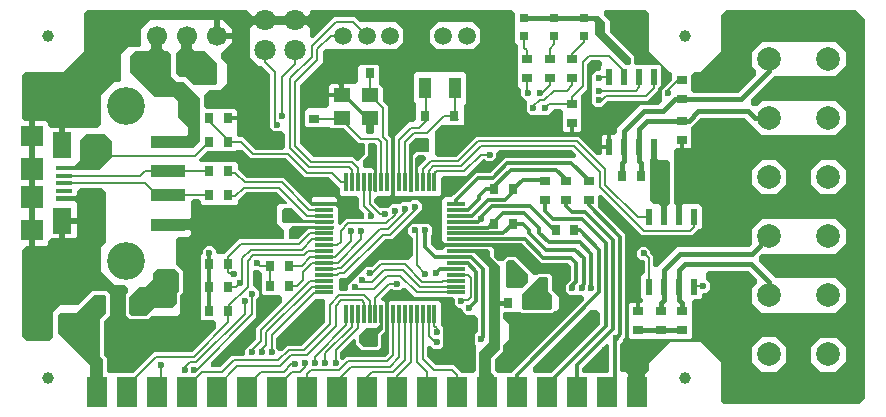
<source format=gtl>
%FSLAX43Y43*%
%MOMM*%
G71*
G01*
G75*
G04 Layer_Physical_Order=1*
G04 Layer_Color=1462238*
%ADD10R,0.800X0.900*%
%ADD11R,2.880X1.120*%
%ADD12R,0.900X1.270*%
%ADD13R,1.000X1.800*%
%ADD14R,1.400X1.200*%
%ADD15R,0.300X1.600*%
%ADD16R,1.600X0.300*%
%ADD17R,0.900X0.800*%
%ADD18R,0.508X0.559*%
%ADD19R,1.270X0.900*%
G04:AMPARAMS|DCode=20|XSize=1.9mm|YSize=3.3mm|CornerRadius=0mm|HoleSize=0mm|Usage=FLASHONLY|Rotation=180.000|XOffset=0mm|YOffset=0mm|HoleType=Round|Shape=Octagon|*
%AMOCTAGOND20*
4,1,8,0.475,-1.650,-0.475,-1.650,-0.950,-1.175,-0.950,1.175,-0.475,1.650,0.475,1.650,0.950,1.175,0.950,-1.175,0.475,-1.650,0.0*
%
%ADD20OCTAGOND20*%

%ADD21R,0.700X1.800*%
%ADD22R,0.700X1.350*%
%ADD23R,0.800X0.800*%
%ADD24R,1.600X2.200*%
%ADD25R,1.350X0.400*%
%ADD26R,1.900X1.900*%
%ADD27R,1.900X1.800*%
%ADD28R,0.600X1.400*%
%ADD29R,1.800X2.500*%
%ADD30C,0.200*%
%ADD31C,0.400*%
%ADD32C,0.300*%
%ADD33R,0.550X11.375*%
%ADD34R,0.550X2.225*%
%ADD35R,0.550X2.300*%
%ADD36R,1.975X0.550*%
%ADD37R,1.400X0.400*%
%ADD38R,0.400X1.400*%
%ADD39R,1.400X0.400*%
%ADD40R,2.150X0.500*%
%ADD41R,0.500X2.150*%
%ADD42C,0.600*%
%ADD43C,3.200*%
%ADD44C,1.000*%
%ADD45C,1.500*%
%ADD46C,1.700*%
%ADD47C,2.000*%
%ADD48C,1.800*%
G36*
X94500Y88000D02*
Y87300D01*
X94000Y86800D01*
X92800D01*
X92600Y87000D01*
Y89000D01*
X92800Y89200D01*
X93300D01*
X94500Y88000D01*
D02*
G37*
G36*
X84850Y86100D02*
X88075D01*
X88250Y85925D01*
Y85475D01*
X88575Y85150D01*
X88750D01*
X88925Y84975D01*
Y84875D01*
X89250Y84550D01*
X89925D01*
X90225Y84250D01*
Y83150D01*
X89950Y82875D01*
Y82050D01*
X90025Y81975D01*
Y79875D01*
X89775Y79625D01*
X88850D01*
X88200Y80275D01*
X86650D01*
X85925Y81000D01*
Y81825D01*
X86050Y81950D01*
X86250D01*
X86500Y81700D01*
X87050D01*
X87300Y81950D01*
Y83475D01*
X87075Y83700D01*
Y85600D01*
X86925Y85750D01*
X82800D01*
X82700Y85650D01*
Y82950D01*
Y81350D01*
X82375Y81025D01*
X79125D01*
X78825Y80725D01*
X78700D01*
X78550Y80875D01*
Y81450D01*
X79625Y82525D01*
X79800D01*
X79925Y82400D01*
Y82125D01*
X80450Y81600D01*
X81750D01*
X82000Y81850D01*
Y82775D01*
X82400Y83175D01*
Y85650D01*
X82300Y85750D01*
X82150D01*
X82050Y85850D01*
Y86000D01*
X82825Y86775D01*
X83000D01*
X83125Y86650D01*
X83650D01*
X83850Y86850D01*
X84100D01*
X84850Y86100D01*
D02*
G37*
G36*
X96175Y87700D02*
Y86550D01*
X96500Y86225D01*
Y85150D01*
X96350Y85000D01*
X94150D01*
X94000Y85150D01*
Y86300D01*
X95475Y87775D01*
X96100D01*
X96175Y87700D01*
D02*
G37*
G36*
X58700Y94950D02*
Y90650D01*
X58325Y90275D01*
Y88200D01*
X59475Y87050D01*
X60350D01*
X60575Y86825D01*
Y86525D01*
X60400Y86350D01*
Y84550D01*
X60750Y84200D01*
X62300D01*
X62600Y84500D01*
X64750D01*
X65000Y84750D01*
Y86200D01*
X65250Y86450D01*
Y88250D01*
X64625Y88875D01*
Y91000D01*
X64800Y91175D01*
X65750D01*
X65975Y91400D01*
Y91575D01*
X65825Y91725D01*
X64925D01*
Y92675D01*
X65775D01*
X65950Y92850D01*
Y94175D01*
X66100Y94325D01*
X66625D01*
X66775Y94175D01*
Y94000D01*
X66900Y93875D01*
X69725D01*
X69875Y94025D01*
Y94250D01*
X70575Y94950D01*
X73225D01*
X74025Y94150D01*
Y93950D01*
X73975Y93900D01*
X73400D01*
X73200Y93700D01*
Y92325D01*
X73800Y91725D01*
Y91050D01*
X73700Y90950D01*
X69975D01*
X68725Y89700D01*
X68200D01*
X68075Y89825D01*
Y90025D01*
X67725Y90375D01*
X67275D01*
X66925Y90025D01*
Y89750D01*
X66775Y89600D01*
Y86325D01*
Y84225D01*
X66900Y84100D01*
X67850D01*
X68050Y83900D01*
Y83475D01*
X66000Y81425D01*
X62850D01*
X61050Y79625D01*
X59025D01*
X58825Y79825D01*
Y80875D01*
X58550Y81150D01*
Y84000D01*
X59100Y84550D01*
Y86300D01*
X58850Y86550D01*
X57525D01*
X56350Y85375D01*
X54825D01*
X54250Y84800D01*
Y82650D01*
X53950Y82350D01*
X52050D01*
X51600Y82800D01*
Y90075D01*
X51925Y90400D01*
X53700D01*
X53850Y90550D01*
Y90800D01*
X54075Y91025D01*
X56100D01*
X56275Y91200D01*
Y94025D01*
X56100Y94200D01*
X54500D01*
Y94600D01*
X56125D01*
X56275Y94750D01*
Y95025D01*
X56550Y95300D01*
X58350D01*
X58700Y94950D01*
D02*
G37*
G36*
X105350Y97875D02*
X105525Y97700D01*
X106275D01*
X106500Y97475D01*
Y94025D01*
X106200Y93725D01*
Y92200D01*
X105725D01*
Y93725D01*
X105525Y93925D01*
X105150D01*
X104825Y94250D01*
Y97725D01*
X104875Y97775D01*
Y99400D01*
X104850Y99425D01*
X104875Y99450D01*
X105350D01*
Y97875D01*
D02*
G37*
G36*
X71025Y97825D02*
X74000D01*
X75600Y96225D01*
X77600D01*
X78575Y95250D01*
Y94825D01*
X78750Y94650D01*
X80025D01*
X80200Y94475D01*
Y93600D01*
X80600Y93200D01*
Y92775D01*
X80475Y92650D01*
X79100D01*
X78650Y92200D01*
X78500D01*
X78375Y92325D01*
Y93600D01*
X78175Y93800D01*
X76175D01*
X73800Y96175D01*
X70625D01*
X69875Y96925D01*
Y97350D01*
X69725Y97500D01*
X66750D01*
X66650Y97600D01*
Y97775D01*
X67275Y98400D01*
X69675D01*
X69825Y98550D01*
X70300D01*
X71025Y97825D01*
D02*
G37*
G36*
X78000Y91800D02*
X75825D01*
X74975Y90950D01*
X74250D01*
X74200Y91000D01*
Y91775D01*
X74525Y92100D01*
X78000D01*
Y91800D01*
D02*
G37*
G36*
X64950Y88050D02*
Y86575D01*
X64725Y86350D01*
Y85525D01*
X64375Y85175D01*
X62800D01*
X62100Y84475D01*
X60900D01*
X60700Y84675D01*
Y86100D01*
X61550Y86950D01*
X62025D01*
X62700Y87625D01*
Y88050D01*
X63075Y88425D01*
X64575D01*
X64950Y88050D01*
D02*
G37*
G36*
X100600Y84750D02*
Y83800D01*
X96450Y79650D01*
X95025D01*
X94850Y79825D01*
Y80150D01*
X99700Y85000D01*
X100350D01*
X100600Y84750D01*
D02*
G37*
G36*
X91225Y89975D02*
Y89500D01*
X92075Y88650D01*
Y81675D01*
X91325Y80925D01*
Y79700D01*
X91625Y79400D01*
Y78375D01*
X90350D01*
Y81425D01*
X91125Y82200D01*
Y88625D01*
X89950Y89800D01*
X87600D01*
Y90100D01*
X91100D01*
X91225Y89975D01*
D02*
G37*
G36*
X58775Y86075D02*
Y84700D01*
X58200Y84125D01*
Y81075D01*
X58525Y80750D01*
Y78150D01*
X57350D01*
Y80325D01*
X54650Y83025D01*
Y84500D01*
X54850Y84700D01*
X56225D01*
X57750Y86225D01*
X58625D01*
X58775Y86075D01*
D02*
G37*
G36*
X101350Y82000D02*
Y79825D01*
X101175Y79650D01*
X99175D01*
X99025Y79800D01*
Y80075D01*
X101075Y82125D01*
X101225D01*
X101350Y82000D01*
D02*
G37*
G36*
X82200Y83375D02*
X81750Y82925D01*
Y81975D01*
X81650Y81875D01*
X80550D01*
X80175Y82250D01*
Y82875D01*
X80725Y83425D01*
X81625D01*
X81900Y83700D01*
Y85400D01*
X82200D01*
Y83375D01*
D02*
G37*
G36*
X77275Y85825D02*
Y83925D01*
X75300Y81950D01*
X74050D01*
X73600Y81500D01*
X73425D01*
X73150Y81775D01*
Y82625D01*
X76450Y85925D01*
X77175D01*
X77275Y85825D01*
D02*
G37*
G36*
X71975Y88025D02*
Y86400D01*
X72100Y86275D01*
X73425D01*
X73650Y86050D01*
Y85600D01*
X71475Y83425D01*
Y82550D01*
X70525Y81600D01*
Y81275D01*
X70325Y81075D01*
X69375D01*
X68400Y80100D01*
X67750D01*
X67625Y80225D01*
Y80550D01*
X71450Y84375D01*
Y85900D01*
X71675Y86125D01*
Y86575D01*
X71150Y87100D01*
Y88200D01*
X71275Y88325D01*
X71675D01*
X71975Y88025D01*
D02*
G37*
G36*
X75500Y92600D02*
X78000D01*
Y92300D01*
X73850D01*
X73650Y92500D01*
Y93425D01*
X73850Y93625D01*
X74475D01*
X75500Y92600D01*
D02*
G37*
G36*
X123000Y109600D02*
Y100600D01*
Y90600D01*
Y80600D01*
Y77500D01*
X122500Y77000D01*
X111000D01*
X110775Y77225D01*
Y80525D01*
X109050Y82250D01*
X106525D01*
X104750Y80475D01*
Y79875D01*
X104375Y79500D01*
Y78975D01*
X102975D01*
Y79500D01*
X102775Y79700D01*
X102450D01*
X102225Y79925D01*
Y82050D01*
X102500Y82325D01*
Y82475D01*
X102675Y82650D01*
Y90100D01*
Y91375D01*
X100375Y93675D01*
Y94550D01*
X100500Y94675D01*
X100725D01*
X104100Y91300D01*
X108325D01*
X108825Y91800D01*
X109025D01*
X109175Y91950D01*
Y92975D01*
Y93725D01*
X108975Y93925D01*
X107625D01*
X107475Y93775D01*
Y93450D01*
X107000D01*
Y93800D01*
X106800Y94000D01*
Y98425D01*
X107025Y98650D01*
X108175D01*
X108300Y98775D01*
Y100425D01*
X109100Y101225D01*
X112800D01*
X114275Y99750D01*
X120500D01*
X121350Y100600D01*
Y101800D01*
X120500Y102650D01*
X114275D01*
X113875Y102250D01*
X113550D01*
X113350Y102450D01*
Y102775D01*
X115325Y104750D01*
X120500D01*
X121350Y105600D01*
Y106800D01*
X120500Y107650D01*
X114300D01*
X113450Y106800D01*
Y105550D01*
X113750Y105250D01*
Y104850D01*
X112250Y103350D01*
X108525D01*
X108300Y103575D01*
Y104875D01*
X108575Y105150D01*
X109075D01*
X110850Y106925D01*
Y109975D01*
X111275Y110400D01*
X122200D01*
X123000Y109600D01*
D02*
G37*
G36*
X63500Y108400D02*
Y107125D01*
X63725Y106900D01*
X63975D01*
X64225Y106650D01*
Y104800D01*
X64775Y104250D01*
X65325D01*
X66725Y102850D01*
Y99275D01*
X66175Y98725D01*
X64925D01*
Y99675D01*
X65550D01*
X65675Y99800D01*
Y100450D01*
X64825Y101300D01*
Y102700D01*
X64500Y103025D01*
X62900D01*
X60775Y105150D01*
Y106425D01*
X61225Y106875D01*
X62275D01*
X62525Y107125D01*
Y108400D01*
X62825Y108700D01*
X63200D01*
X63500Y108400D01*
D02*
G37*
G36*
X59225Y99250D02*
Y97875D01*
X58150Y96800D01*
X54500D01*
Y97200D01*
X56125D01*
X56575Y97650D01*
Y99400D01*
X57025Y99850D01*
X58625D01*
X59225Y99250D01*
D02*
G37*
G36*
X81450Y100050D02*
X81250Y99850D01*
X80950D01*
X80750Y100050D01*
Y100750D01*
X81450D01*
Y100050D01*
D02*
G37*
G36*
X101025Y109300D02*
Y108425D01*
X103175Y106275D01*
Y105900D01*
X103025Y105750D01*
X102675D01*
X100125Y108300D01*
Y109325D01*
X99975Y109475D01*
X94000D01*
Y109850D01*
X100475D01*
X101025Y109300D01*
D02*
G37*
G36*
X66050Y108550D02*
Y107175D01*
X66300Y106925D01*
X67125D01*
X68175Y105875D01*
Y104200D01*
X68000Y104025D01*
X66150D01*
X65475Y104700D01*
X65000D01*
X64675Y105025D01*
Y106750D01*
X65075Y107150D01*
Y108550D01*
X65350Y108825D01*
X65775D01*
X66050Y108550D01*
D02*
G37*
G36*
X104750Y110100D02*
Y106925D01*
X106525Y105150D01*
X106575D01*
X106675Y105050D01*
Y104475D01*
X105800Y103600D01*
Y102650D01*
X105475Y102325D01*
X103950D01*
X102025Y100400D01*
Y100000D01*
X101850Y99825D01*
X100850D01*
X100700Y99675D01*
Y98225D01*
X100575Y98100D01*
X100350D01*
X98800Y99650D01*
X90075D01*
X88375Y97950D01*
X86800D01*
X86600Y98150D01*
Y100100D01*
X87125Y100625D01*
X88925D01*
X89050Y100750D01*
Y102300D01*
X89250Y102500D01*
Y104875D01*
X89025Y105100D01*
X84950D01*
X84775Y104925D01*
Y102675D01*
X84975Y102475D01*
Y101100D01*
X84725Y100850D01*
X84350D01*
X83200Y99700D01*
Y94725D01*
X83275Y94650D01*
X86975D01*
X87100Y94775D01*
Y95000D01*
Y96175D01*
X87250Y96325D01*
X89225D01*
X90625Y97725D01*
X90825D01*
X90975Y97575D01*
X91450D01*
X91775Y97900D01*
Y98225D01*
X92025Y98475D01*
X98175D01*
X98500Y98150D01*
Y97950D01*
X98375Y97825D01*
X92550D01*
X91325Y96600D01*
X90050D01*
X88175Y94725D01*
X87950Y94500D01*
X87475D01*
X87200Y94225D01*
Y90800D01*
X87400Y90600D01*
X94000D01*
X95625Y88975D01*
X97875D01*
X98125Y88725D01*
Y87500D01*
X97650Y87025D01*
Y86575D01*
X97975Y86250D01*
X99075D01*
X99225Y86100D01*
Y85825D01*
X93025Y79625D01*
X91900D01*
X91650Y79875D01*
Y80750D01*
X92375Y81475D01*
Y81950D01*
X92900Y82475D01*
Y83725D01*
X92375Y84250D01*
Y84675D01*
X92525Y84825D01*
X93850D01*
X93975Y84700D01*
X96525D01*
X96725Y84900D01*
X96900D01*
X97125Y85125D01*
Y86100D01*
X96525Y86700D01*
Y87850D01*
X96325Y88050D01*
X95350D01*
X95250Y87950D01*
X94975D01*
X93475Y89450D01*
X92675D01*
X92350Y89125D01*
X91950D01*
X91600Y89475D01*
Y90125D01*
X91425Y90300D01*
X87425D01*
X87150Y90025D01*
X86725D01*
X86275Y90475D01*
Y91325D01*
X86350Y91400D01*
Y91975D01*
X86050Y92275D01*
X85425Y92275D01*
X84675D01*
X84325Y91925D01*
X84325Y91475D01*
X84725Y91075D01*
Y89650D01*
X84300Y89225D01*
X81850D01*
X81250Y88625D01*
X80775D01*
X79250Y87100D01*
Y86750D01*
X79100Y86600D01*
X78575D01*
X78425Y86750D01*
Y87525D01*
X78575Y87675D01*
X79050D01*
X82350Y90975D01*
X83000D01*
X83500Y91475D01*
X85500Y93475D01*
Y93950D01*
X85175Y94275D01*
X84675D01*
X84500Y94100D01*
X83850D01*
X83650Y93900D01*
X82975D01*
X82700Y93625D01*
X81925D01*
X81425Y94125D01*
Y94400D01*
X81675Y94650D01*
X82800D01*
X82900Y94750D01*
Y99450D01*
X82600Y99750D01*
Y102225D01*
X82175Y102650D01*
Y103750D01*
X81825Y104100D01*
Y105600D01*
X81675Y105750D01*
X80275D01*
X80100Y105575D01*
Y104325D01*
X79850Y104075D01*
X78925D01*
Y103400D01*
X80700Y101625D01*
Y101375D01*
X80650Y101325D01*
X80550D01*
X78900Y102975D01*
X77650D01*
Y102325D01*
X77400Y102075D01*
X75825D01*
X75600Y101850D01*
Y100600D01*
X75775Y100425D01*
X77675D01*
X77750Y100350D01*
X78900D01*
X80125Y99125D01*
X80550D01*
X80625Y99050D01*
Y98125D01*
X80100Y97600D01*
X79975D01*
X79675Y97900D01*
X76300D01*
X75125Y99075D01*
Y104025D01*
X77075Y105975D01*
Y106850D01*
X77275Y107050D01*
X83275D01*
X83925Y107700D01*
Y108675D01*
X83250Y109350D01*
X80200D01*
X79800Y109750D01*
X78025D01*
X76300Y108025D01*
X76125D01*
X76025Y108125D01*
Y108825D01*
X75775Y109075D01*
X71150D01*
X70900Y108825D01*
Y106425D01*
X71675Y105650D01*
X71925D01*
X72650Y104925D01*
X72650Y100450D01*
X73000Y100100D01*
X73600D01*
X73900Y99800D01*
Y98800D01*
X73650Y98550D01*
X71375D01*
X70350Y99575D01*
X70000D01*
X69850Y99725D01*
Y101800D01*
X69650Y102000D01*
X67250D01*
X67075Y102175D01*
Y103175D01*
X67475Y103575D01*
X68350D01*
X68950Y104175D01*
Y105825D01*
X68500Y106275D01*
Y106750D01*
X69400Y107650D01*
Y108725D01*
X68625Y109500D01*
X62475D01*
X61725Y108750D01*
Y107400D01*
X61525Y107200D01*
X60600D01*
X60025Y106625D01*
Y104450D01*
X59875Y104300D01*
X59500D01*
X58350Y103150D01*
Y100725D01*
X57975Y100350D01*
X54100D01*
X53850Y100600D01*
Y100800D01*
X53675Y100975D01*
X51850D01*
X51600Y101225D01*
Y104850D01*
X51900Y105150D01*
X55075D01*
X56850Y106925D01*
Y110125D01*
X57125Y110400D01*
X70650D01*
X71150Y109900D01*
X75775D01*
X76025Y110150D01*
Y110300D01*
X76125Y110400D01*
X93075D01*
X93400Y110075D01*
Y107600D01*
X93600Y107400D01*
X93600Y103900D01*
X93900Y103600D01*
Y103150D01*
X94375Y102675D01*
Y101825D01*
X94700Y101500D01*
X96150D01*
X96675Y102025D01*
X97275D01*
X97450Y101850D01*
Y100175D01*
X97550Y100075D01*
X98875D01*
X98975Y100175D01*
Y101725D01*
Y102050D01*
D01*
Y103150D01*
X99500Y103675D01*
Y105775D01*
X99850Y106125D01*
X100600D01*
X100750Y105975D01*
Y105675D01*
X100625Y105550D01*
Y105300D01*
X100500Y105175D01*
X100250D01*
X99925Y104850D01*
Y102475D01*
X99975Y102425D01*
X100225Y102175D01*
X100725D01*
X101025Y102475D01*
X101250Y102700D01*
X104600D01*
X105475Y103575D01*
Y103750D01*
X105725Y104000D01*
Y105600D01*
X105600Y105725D01*
X103650D01*
X103475Y105900D01*
Y106375D01*
X101375Y108475D01*
Y109450D01*
X100925Y109900D01*
Y110250D01*
X101075Y110400D01*
X104450D01*
X104750Y110100D01*
D02*
G37*
G36*
X81700Y98975D02*
Y95000D01*
X81400D01*
Y96800D01*
X81225Y96975D01*
X80675Y96975D01*
X80500Y97150D01*
Y97650D01*
X80900Y98050D01*
Y99050D01*
X80975Y99125D01*
X81550D01*
X81700Y98975D01*
D02*
G37*
G36*
X86125Y99400D02*
Y98425D01*
X86025Y98325D01*
X85000D01*
X84700Y98025D01*
Y95000D01*
X84400D01*
Y99000D01*
X84950Y99550D01*
X85975D01*
X86125Y99400D01*
D02*
G37*
G36*
X85800Y97950D02*
Y97675D01*
X85175Y97050D01*
Y95025D01*
X84925D01*
Y97875D01*
X85125Y98075D01*
X85675D01*
X85800Y97950D01*
D02*
G37*
%LPC*%
G36*
X115500Y97650D02*
X114300D01*
X113450Y96800D01*
Y95600D01*
X114300Y94750D01*
X115500D01*
X116350Y95600D01*
Y96800D01*
X115500Y97650D01*
D02*
G37*
G36*
X78400Y104075D02*
X77800D01*
X77650Y103925D01*
Y103300D01*
X78450D01*
Y104025D01*
X78400Y104075D01*
D02*
G37*
G36*
X86825Y109350D02*
X86150Y108675D01*
Y107700D01*
X86800Y107050D01*
X89775D01*
X90425Y107700D01*
Y108700D01*
X89775Y109350D01*
X86825Y109350D01*
D02*
G37*
G36*
X78125Y94525D02*
X76300D01*
X76175Y94400D01*
Y94225D01*
X76300Y94100D01*
X78200D01*
X78275Y94175D01*
Y94375D01*
X78125Y94525D01*
D02*
G37*
G36*
X120500Y97650D02*
X119300D01*
X118450Y96800D01*
Y95600D01*
X119300Y94750D01*
X120500D01*
X121350Y95600D01*
Y96800D01*
X120500Y97650D01*
D02*
G37*
G36*
Y92650D02*
X114300D01*
X113450Y91800D01*
Y90525D01*
X113225Y90300D01*
X107125D01*
X105400Y88575D01*
X105200D01*
X105050Y88725D01*
Y89550D01*
X104825Y89775D01*
Y89975D01*
X104475Y90325D01*
X104025D01*
X103700Y90000D01*
Y89550D01*
X104025Y89225D01*
X104200D01*
X104350Y89075D01*
Y88175D01*
X104050Y87875D01*
Y86050D01*
X104225Y85875D01*
Y85750D01*
X104075Y85600D01*
X103175D01*
X103025Y85450D01*
Y82700D01*
X103175Y82550D01*
X108175D01*
X108325Y82700D01*
Y85725D01*
X108500Y85900D01*
X109025D01*
X109175Y86050D01*
Y86300D01*
X109300Y86425D01*
X109525D01*
X109850Y86750D01*
Y87200D01*
X109500Y87550D01*
Y88075D01*
X109700Y88275D01*
X113125D01*
X113850Y87550D01*
Y87200D01*
X113450Y86800D01*
Y85600D01*
X114300Y84750D01*
X120500D01*
X121350Y85600D01*
Y86800D01*
X120500Y87650D01*
X115425D01*
X114025Y89050D01*
Y89500D01*
X114275Y89750D01*
X120500D01*
X121350Y90600D01*
Y91800D01*
X120500Y92650D01*
D02*
G37*
G36*
X115500Y82650D02*
X114300D01*
X113450Y81800D01*
Y80600D01*
X114300Y79750D01*
X115500D01*
X116350Y80600D01*
Y81800D01*
X115500Y82650D01*
D02*
G37*
G36*
X120525Y82625D02*
X119275D01*
X118450Y81800D01*
Y80600D01*
X119300Y79750D01*
X120500D01*
X121350Y80600D01*
Y81800D01*
X120525Y82625D01*
D02*
G37*
%LPD*%
D10*
X74200Y87000D02*
D03*
X72600D02*
D03*
X93200Y87600D02*
D03*
X91600D02*
D03*
X88225Y101425D02*
D03*
X89825D02*
D03*
X81075Y105000D02*
D03*
X79475D02*
D03*
X69100Y99200D02*
D03*
X67500D02*
D03*
Y101200D02*
D03*
X69100D02*
D03*
Y96700D02*
D03*
X67500D02*
D03*
X69100Y94675D02*
D03*
X67500D02*
D03*
X74200Y92900D02*
D03*
X72600D02*
D03*
X69100Y88900D02*
D03*
X67500D02*
D03*
X69100Y86900D02*
D03*
X67500D02*
D03*
Y84900D02*
D03*
X69100D02*
D03*
X87200Y98900D02*
D03*
X85600D02*
D03*
X92800Y85600D02*
D03*
X94400D02*
D03*
X97700D02*
D03*
X96100D02*
D03*
X98400Y91700D02*
D03*
X96800D02*
D03*
X104000Y96275D02*
D03*
X102400D02*
D03*
X91575Y92275D02*
D03*
X93175D02*
D03*
X93200Y95200D02*
D03*
X91600D02*
D03*
X63600Y105800D02*
D03*
X65200D02*
D03*
X72600Y88700D02*
D03*
X74200D02*
D03*
X85750Y101400D02*
D03*
X84150D02*
D03*
D11*
X63980Y99200D02*
D03*
Y96700D02*
D03*
Y94700D02*
D03*
Y92200D02*
D03*
D12*
X91625Y83100D02*
D03*
X93725D02*
D03*
X69550Y105100D02*
D03*
X67450D02*
D03*
X59250Y105700D02*
D03*
X61350D02*
D03*
D13*
X85750Y103800D02*
D03*
X88250D02*
D03*
D14*
X81100Y103150D02*
D03*
X78700D02*
D03*
Y101250D02*
D03*
X81100D02*
D03*
D15*
X86550Y95800D02*
D03*
X86050D02*
D03*
X85550D02*
D03*
X85050D02*
D03*
X84550D02*
D03*
X84050D02*
D03*
X83550D02*
D03*
X83050D02*
D03*
X82550D02*
D03*
X82050D02*
D03*
X81550D02*
D03*
X81050D02*
D03*
X80550D02*
D03*
X80050D02*
D03*
X79550D02*
D03*
X79050D02*
D03*
X86550Y84600D02*
D03*
X86050D02*
D03*
X85550D02*
D03*
X85050D02*
D03*
X84550D02*
D03*
X84050D02*
D03*
X83550D02*
D03*
X83050D02*
D03*
X82550D02*
D03*
X82050D02*
D03*
X81550D02*
D03*
X81050D02*
D03*
X80550D02*
D03*
X80050D02*
D03*
X79550D02*
D03*
X79050D02*
D03*
D16*
X77200Y93950D02*
D03*
Y93450D02*
D03*
Y92950D02*
D03*
Y92450D02*
D03*
Y91950D02*
D03*
Y91450D02*
D03*
Y90950D02*
D03*
Y90450D02*
D03*
Y89950D02*
D03*
Y89450D02*
D03*
Y88950D02*
D03*
Y88450D02*
D03*
Y87950D02*
D03*
Y87450D02*
D03*
Y86950D02*
D03*
Y86450D02*
D03*
X88400Y93950D02*
D03*
Y93450D02*
D03*
Y92950D02*
D03*
Y92450D02*
D03*
Y91950D02*
D03*
Y91450D02*
D03*
Y90950D02*
D03*
Y90450D02*
D03*
Y89950D02*
D03*
Y89450D02*
D03*
Y88950D02*
D03*
Y88450D02*
D03*
Y87950D02*
D03*
Y87450D02*
D03*
Y86950D02*
D03*
Y86450D02*
D03*
D17*
X76375Y101125D02*
D03*
Y102725D02*
D03*
X103800Y83300D02*
D03*
Y84900D02*
D03*
X105700D02*
D03*
Y83300D02*
D03*
X107500D02*
D03*
Y84900D02*
D03*
X99600Y94300D02*
D03*
Y95900D02*
D03*
X97700Y94300D02*
D03*
Y95900D02*
D03*
X95900Y94300D02*
D03*
Y95900D02*
D03*
X94400Y104600D02*
D03*
Y106200D02*
D03*
X96300Y104600D02*
D03*
Y106200D02*
D03*
X98200Y104600D02*
D03*
Y106200D02*
D03*
Y102400D02*
D03*
Y100800D02*
D03*
X107500Y99400D02*
D03*
Y101000D02*
D03*
Y104400D02*
D03*
Y102800D02*
D03*
D18*
X90892Y89700D02*
D03*
X91908D02*
D03*
X96908Y87200D02*
D03*
X95892D02*
D03*
X81283Y98625D02*
D03*
X80267D02*
D03*
X74508Y91300D02*
D03*
X73492D02*
D03*
X81342Y82300D02*
D03*
X82358D02*
D03*
X106192Y95100D02*
D03*
X107208D02*
D03*
X106192Y97100D02*
D03*
X107208D02*
D03*
D19*
X55500Y86050D02*
D03*
Y83950D02*
D03*
X63700Y83750D02*
D03*
Y85850D02*
D03*
D20*
X59700Y82613D02*
D03*
D21*
X59700Y85162D02*
D03*
D22*
X61200Y85387D02*
D03*
X58200D02*
D03*
D23*
X96710Y108150D02*
D03*
Y109650D02*
D03*
X99250D02*
D03*
Y108150D02*
D03*
X94170D02*
D03*
Y109650D02*
D03*
D24*
X55050Y92500D02*
D03*
Y98900D02*
D03*
D25*
X55175Y97000D02*
D03*
Y96350D02*
D03*
Y95700D02*
D03*
Y95050D02*
D03*
Y94400D02*
D03*
D26*
X52500Y94500D02*
D03*
Y96900D02*
D03*
D27*
Y91700D02*
D03*
Y99700D02*
D03*
D28*
X108505Y92850D02*
D03*
X107235D02*
D03*
X105965D02*
D03*
X104695D02*
D03*
X108505Y86950D02*
D03*
X107235D02*
D03*
X105965D02*
D03*
X104695D02*
D03*
X105105Y104700D02*
D03*
X103835D02*
D03*
X102565D02*
D03*
X101295D02*
D03*
X105105Y98800D02*
D03*
X103835D02*
D03*
X102565D02*
D03*
X101295D02*
D03*
D29*
X98580Y78000D02*
D03*
X96040D02*
D03*
X57940D02*
D03*
X60480D02*
D03*
X63020D02*
D03*
X65560D02*
D03*
X68100D02*
D03*
X70640D02*
D03*
X75720D02*
D03*
X93500D02*
D03*
X90960D02*
D03*
X88420D02*
D03*
X85880D02*
D03*
X83340D02*
D03*
X80800D02*
D03*
X78260D02*
D03*
X101120D02*
D03*
X103660D02*
D03*
X73180D02*
D03*
D30*
X85075Y88750D02*
X85775Y88050D01*
X85075Y88750D02*
Y91500D01*
X74740Y105765D02*
Y106950D01*
X73675Y104700D02*
X74740Y105765D01*
X73675Y101400D02*
Y104700D01*
X76625Y106150D02*
Y107050D01*
X74750Y104275D02*
X76625Y106150D01*
X74750Y98875D02*
Y104275D01*
X76150Y106400D02*
Y107300D01*
X74325Y104575D02*
X76150Y106400D01*
X74325Y98650D02*
Y104575D01*
X102565Y104700D02*
Y105235D01*
X63375Y78355D02*
Y80350D01*
X66225Y79925D02*
X66425D01*
X65825Y80550D02*
X66375D01*
X66900Y79700D02*
X68600D01*
X65560Y78360D02*
X66900Y79700D01*
X68600D02*
X69600Y80700D01*
X73325D01*
X84875Y91700D02*
X85075Y91500D01*
X108530Y86975D02*
X109300D01*
X70640Y78000D02*
Y78515D01*
X69100Y88225D02*
Y88900D01*
X68100Y78000D02*
Y78475D01*
X75325Y90075D02*
X76200Y90950D01*
X75100Y90575D02*
X75975Y91450D01*
X78450Y88075D02*
X78875D01*
X78325Y87950D02*
X78450Y88075D01*
X77200Y87950D02*
X78325D01*
X77200Y88450D02*
X78250D01*
X78300Y88500D01*
X78625D01*
X70500Y95800D02*
X73600D01*
X69700Y96600D02*
X70500Y95800D01*
X69100Y96600D02*
X69700D01*
X73600Y95800D02*
X75950Y93450D01*
X73400Y95300D02*
X75750Y92950D01*
X70400Y95300D02*
X73400D01*
X69700Y94600D02*
X70400Y95300D01*
X69100Y94600D02*
X69700D01*
X75950Y93450D02*
X77200D01*
X75750Y92950D02*
X77200D01*
X82525Y80650D02*
X83050Y81175D01*
X82775Y80175D02*
X83550Y80950D01*
X83000Y79725D02*
X84050Y80775D01*
X81225Y79725D02*
X83000D01*
X80800Y79300D02*
X81225Y79725D01*
X84550Y80575D02*
Y84600D01*
X83340Y79365D02*
X84550Y80575D01*
X83340Y78000D02*
Y79365D01*
X84050Y80775D02*
Y84600D01*
X83050Y81175D02*
Y84600D01*
X75975Y91450D02*
X77200D01*
X76200Y90950D02*
X77200D01*
X85550Y95800D02*
Y96900D01*
X86050Y95800D02*
Y96775D01*
X82050Y95800D02*
X82062Y95812D01*
X80800Y78000D02*
Y79300D01*
X75720Y78000D02*
Y79520D01*
X83550Y80950D02*
Y84600D01*
X85050Y80575D02*
Y84600D01*
X85550Y80850D02*
Y84600D01*
X85050Y80575D02*
X85880Y79745D01*
Y78000D02*
Y79745D01*
X85550Y80850D02*
X86500Y79900D01*
X88000D01*
X88420Y79480D01*
Y78000D02*
Y79480D01*
X75720Y79520D02*
X76100Y79900D01*
X78260Y78000D02*
Y78960D01*
X79475Y80175D01*
X82775D01*
X76100Y79900D02*
X78500D01*
X79250Y80650D01*
X82525D01*
X77300Y80500D02*
Y81300D01*
X79550Y83550D01*
Y84600D01*
X78200Y80500D02*
Y81600D01*
X80050Y83450D01*
Y84600D01*
X87350Y86900D02*
X87400Y86950D01*
X88400D01*
Y87950D02*
X89375D01*
X87150Y87375D02*
X87225Y87450D01*
X88400D01*
X82050Y95800D02*
Y99150D01*
X80550Y84600D02*
Y85600D01*
X81050Y84600D02*
Y85750D01*
X80575Y86225D02*
X81050Y85750D01*
X80375Y85775D02*
X80550Y85600D01*
X81550Y84600D02*
Y86025D01*
X85550Y96900D02*
X86225Y97575D01*
X88525D01*
X86050Y96775D02*
X86425Y97150D01*
X88800D01*
X86550Y95800D02*
Y96525D01*
X86725Y96700D01*
X71225Y98175D02*
X74175D01*
X54975Y96350D02*
X61650D01*
X62000Y96700D01*
X63980D01*
X67500D01*
X54975Y95700D02*
X62025D01*
X63025Y94700D01*
X67400D02*
X67500Y94600D01*
X63025Y94700D02*
X67400D01*
X70200Y99200D02*
X71225Y98175D01*
X69100Y99200D02*
X70200D01*
X69100D02*
Y99400D01*
X67500Y101000D02*
X69100Y99400D01*
X66300Y98000D02*
X67500Y99200D01*
X58700Y98000D02*
X66300D01*
X79625Y109375D02*
X80800Y108200D01*
X108505Y91980D02*
Y92850D01*
X78500Y86225D02*
X80575D01*
X81550Y86025D02*
X82725Y87200D01*
X83400D01*
X86050Y82775D02*
Y84600D01*
X86550Y83625D02*
Y84600D01*
Y83625D02*
X86750Y83425D01*
X81275Y88075D02*
X82050Y88850D01*
X65560Y78000D02*
Y78360D01*
X70640Y78515D02*
X71850Y79725D01*
X68100Y78475D02*
X69850Y80225D01*
X89375Y87950D02*
X89625Y87700D01*
Y86075D02*
Y87700D01*
X89350Y85800D02*
X89625Y86075D01*
X88900Y85800D02*
X89350D01*
X88800Y85700D02*
X88900Y85800D01*
X82525Y87850D02*
X83650D01*
X85050Y86450D01*
X88400D01*
X82050Y88850D02*
X84050D01*
X85525Y87375D01*
X87150D01*
X82275Y88350D02*
X83850D01*
X85300Y86900D01*
X87350D01*
X80850Y88075D02*
X81275D01*
X81450Y86775D02*
X82525Y87850D01*
X79900Y86775D02*
X81450D01*
X84075Y93275D02*
Y93525D01*
X84925Y93450D02*
Y93725D01*
X104695Y86950D02*
Y89330D01*
X104250Y89775D02*
X104695Y89330D01*
X69100Y88225D02*
X69325Y88000D01*
X69575D01*
X94925Y102050D02*
Y102200D01*
X95450Y102725D01*
X96300Y106200D02*
Y107050D01*
X100550Y104700D02*
X101295D01*
X100475Y104625D02*
X100550Y104700D01*
X105105Y103755D02*
Y104700D01*
X103835Y103810D02*
Y104700D01*
X100475Y103550D02*
X103575D01*
X103835Y103810D01*
X104425Y103075D02*
X105105Y103755D01*
X101050Y103075D02*
X104425D01*
X100700Y102725D02*
X101050Y103075D01*
X100475Y102725D02*
X100700D01*
X106350Y103375D02*
Y103625D01*
X107125Y104400D01*
X107500D01*
X96300Y104000D02*
Y104600D01*
X86725Y96700D02*
X89050D01*
X90475Y98125D01*
X91225D01*
X88525Y97575D02*
X90250Y99300D01*
X98600D01*
X88800Y97150D02*
X90500Y98850D01*
X98350D01*
X69100Y86900D02*
X69750D01*
X69100Y85275D02*
X70775Y86950D01*
X65400Y80125D02*
X65825Y80550D01*
X65400Y79925D02*
Y80125D01*
X69100Y84900D02*
Y85275D01*
X60625Y78650D02*
X63000Y81025D01*
X66175D01*
X69750Y86900D02*
X70100Y87250D01*
X70275Y87425D01*
X78650Y95800D02*
X79050D01*
X79550D02*
Y96825D01*
X79300Y97075D02*
X79550Y96825D01*
X80050Y95800D02*
Y97000D01*
X79525Y97525D02*
X80050Y97000D01*
X74175Y98175D02*
X75750Y96600D01*
X77850D01*
X78650Y95800D01*
X71075Y81375D02*
Y81575D01*
X71925Y81375D02*
Y81625D01*
X82550Y95800D02*
Y99300D01*
X79050Y83675D02*
Y84600D01*
X76400Y80500D02*
Y81025D01*
X79050Y83675D01*
X86750Y83100D02*
Y83425D01*
X86050Y82775D02*
X86575Y82250D01*
X86750D01*
X75575Y80175D02*
Y80475D01*
X75125Y79725D02*
X75575Y80175D01*
X74450Y79725D02*
X75125D01*
X73180Y78455D02*
X74450Y79725D01*
X73180Y78000D02*
Y78455D01*
Y78655D01*
X78675Y85775D02*
X80375D01*
X71850Y79725D02*
X73775D01*
X74425Y80375D01*
X74725D01*
X69850Y80225D02*
X73500D01*
X71925Y81625D02*
X72325Y82025D01*
X71075Y81575D02*
X71850Y82350D01*
X83550Y95800D02*
Y99375D01*
X76300Y101125D02*
X78675D01*
X86000Y101550D02*
X86025D01*
X88250Y101375D02*
Y103800D01*
X69100Y88900D02*
Y89475D01*
X76100Y97525D02*
X79525D01*
X75900Y97075D02*
X79300D01*
X71100Y84600D02*
Y86350D01*
X66425Y79925D02*
X71100Y84600D01*
X66175Y81025D02*
X69100Y83950D01*
Y84800D01*
Y89475D02*
X70200Y90575D01*
X75100D01*
X98350Y98850D02*
X100550Y96650D01*
X98600Y99300D02*
X101025Y96875D01*
Y95575D02*
Y96875D01*
Y95575D02*
X103750Y92850D01*
X104695D01*
X100550Y95375D02*
Y96650D01*
Y95375D02*
X104275Y91650D01*
X108175D01*
X108505Y91980D01*
X71525Y88950D02*
X71775Y88700D01*
X88275Y101100D02*
X88500D01*
X84050Y95800D02*
Y99200D01*
X85800Y100950D02*
Y103800D01*
X87375Y101425D02*
X88225D01*
X84050Y99200D02*
X84775Y99925D01*
X85875D01*
X87375Y101425D01*
X83550Y99375D02*
X84575Y100400D01*
X85250D01*
X85800Y100950D01*
X78675Y101125D02*
X80325Y99475D01*
X81725D01*
X82050Y99150D01*
X77200Y88950D02*
X78175D01*
X78200Y88975D01*
X78375D01*
X81100Y103175D02*
Y104800D01*
X82225Y99625D02*
X82550Y99300D01*
X82225Y99625D02*
Y102050D01*
X81100Y103175D02*
X82225Y102050D01*
X82450Y92300D02*
X83200Y93050D01*
X73500Y80225D02*
X74400Y81125D01*
X75725D01*
X73325Y80700D02*
X74200Y81575D01*
X75500D01*
X71850Y82350D02*
Y83250D01*
X76050Y87450D01*
X77200D01*
X72775Y81375D02*
Y82825D01*
X76400Y86450D01*
X77200D01*
X72325Y82025D02*
Y83075D01*
X76200Y86950D01*
X77200D01*
X75525Y89600D02*
X75875Y89950D01*
X77200D01*
X76200Y88950D02*
X77200D01*
X74200Y88700D02*
X75300D01*
X76050Y89450D01*
X78125D01*
X75400Y88150D02*
X76200Y88950D01*
X74200Y87000D02*
X74900D01*
X75400Y87500D01*
Y88150D01*
X70775Y86950D02*
Y89150D01*
X71225Y89600D01*
X75525D01*
X70275Y87425D02*
Y89350D01*
X71000Y90075D01*
X75325D01*
X71775Y88700D02*
X72600D01*
Y87000D02*
Y88700D01*
X66375Y80550D02*
X70475Y84650D01*
Y85725D01*
X79225Y92300D02*
X82450D01*
X74325Y98650D02*
X75900Y97075D01*
X74750Y98875D02*
X76100Y97525D01*
X73025Y100875D02*
X73250Y100650D01*
X73025Y100875D02*
Y105100D01*
X72200Y105925D02*
Y106950D01*
Y105925D02*
X73025Y105100D01*
X94170Y107180D02*
Y108150D01*
X98200Y104000D02*
Y104600D01*
X95450Y102725D02*
X95850D01*
X95925Y102050D02*
X96275Y102400D01*
X78225Y109375D02*
X79625D01*
X77775Y108200D02*
X78800D01*
X76150Y107300D02*
X78225Y109375D01*
X76625Y107050D02*
X77775Y108200D01*
X96710Y107460D02*
Y108150D01*
X94170Y107180D02*
X94400Y106950D01*
Y103425D02*
X94450Y103375D01*
X94400Y103425D02*
Y104600D01*
X95475Y103375D02*
X95675D01*
X96300Y104000D01*
X94400Y106200D02*
Y106950D01*
X96300Y107050D02*
X96710Y107460D01*
X83200Y93050D02*
Y93325D01*
X78625Y88500D02*
X81975Y91850D01*
X82650D01*
X84075Y93275D01*
X78875Y88075D02*
X82150Y91350D01*
X82825D01*
X84925Y93450D01*
X81050Y93975D02*
Y95800D01*
Y93975D02*
X81950Y93075D01*
X82325D01*
X80550Y93800D02*
Y95800D01*
Y93800D02*
X81150Y93200D01*
Y92950D02*
Y93200D01*
X78600Y91675D02*
X79225Y92300D01*
X80350Y90950D02*
Y91650D01*
X78375Y88975D02*
X80350Y90950D01*
X78125Y89450D02*
X79475Y90800D01*
Y91650D01*
X78600Y90750D02*
Y91675D01*
X77200Y90450D02*
X78300D01*
X78600Y90750D01*
X81300Y87375D02*
X82275Y88350D01*
X80525Y87375D02*
X81300D01*
X80425Y87475D02*
X80525Y87375D01*
X79800Y86875D02*
X79900Y86775D01*
X75725Y81125D02*
X78175Y83575D01*
Y85275D01*
X78675Y85775D01*
X75500Y81575D02*
X77700Y83775D01*
Y85425D01*
X78500Y86225D01*
X98200Y106200D02*
Y106625D01*
X99250Y107675D01*
Y108150D01*
X95850Y102725D02*
X96675Y103550D01*
X97750D01*
X98200Y104000D01*
X101325Y106475D02*
X102565Y105235D01*
X99650Y106475D02*
X101325D01*
X96275Y102400D02*
X98200D01*
Y102975D01*
X99125Y103900D01*
Y105950D01*
X99650Y106475D01*
D31*
X113450Y89750D02*
X114900Y91200D01*
X107350Y89750D02*
X113450D01*
X105965Y88365D02*
X107350Y89750D01*
X105965Y85790D02*
Y88365D01*
X114900Y86200D02*
Y87325D01*
X103835Y97590D02*
Y100310D01*
X114900Y105200D02*
Y106200D01*
X102400Y97400D02*
X102565Y97565D01*
X102400Y96275D02*
Y97400D01*
X103835Y97590D02*
X104000Y97425D01*
Y96275D02*
Y97425D01*
X103835Y100310D02*
X104525Y101000D01*
X108075D01*
X108875Y101800D01*
X106900Y102800D02*
X112500D01*
X114900Y105200D01*
X105925Y101825D02*
X106900Y102800D01*
X102565Y97565D02*
Y100140D01*
X104250Y101825D01*
X105925D01*
X107235Y85840D02*
Y88360D01*
X107725Y88850D01*
X113375D01*
X114900Y87325D01*
X108875Y101800D02*
X113075D01*
X113675Y101200D01*
X114900D01*
X105700Y85525D02*
X105965Y85790D01*
X105700Y84900D02*
Y85525D01*
X107235Y85840D02*
X107500Y85575D01*
Y84900D02*
Y85575D01*
X103800Y83300D02*
X107500D01*
X91650Y85600D02*
X92800D01*
D32*
X97700Y93750D02*
Y94400D01*
X90900Y95200D02*
X91600D01*
X90300Y94600D02*
X90900Y95200D01*
X90300Y94350D02*
Y94600D01*
X89400Y93450D02*
X90300Y94350D01*
X94025Y92275D02*
X94525Y91775D01*
X93175Y92275D02*
X94025D01*
X85775Y90300D02*
Y91650D01*
X86625Y89450D02*
X89675D01*
X85775Y90300D02*
X86625Y89450D01*
X88400Y93950D02*
Y94300D01*
X90500Y92675D02*
Y92825D01*
X90275Y92450D02*
X90500Y92675D01*
X88400Y92450D02*
X90275D01*
X88400Y92950D02*
X89750D01*
X88400Y93450D02*
X89400D01*
X88400Y88950D02*
X89375D01*
X87050Y88450D02*
X88400D01*
X91600Y95200D02*
Y95425D01*
X90275Y96175D02*
X91475D01*
X88400Y94300D02*
X90275Y96175D01*
X91475D02*
X92725Y97425D01*
X90500Y92825D02*
X91425Y93750D01*
X89750Y92950D02*
X91100Y94300D01*
X93200Y95175D02*
X94025Y96000D01*
X95900D01*
X91100Y94300D02*
X92550D01*
X93200Y94950D01*
Y95175D01*
X91425Y93750D02*
X94600D01*
X96725Y91625D01*
X95900Y93375D02*
Y94400D01*
X98075Y89400D02*
X98525Y88950D01*
X98580Y78000D02*
Y80280D01*
X98200Y86800D02*
Y87050D01*
X98525Y87375D01*
Y88950D01*
X99000Y86800D02*
Y87025D01*
X99175Y87200D01*
Y89350D01*
X98475Y90050D02*
X99175Y89350D01*
X95900Y93375D02*
X96600Y92675D01*
X98580Y80280D02*
X101675Y83375D01*
X98850Y90700D02*
X99800Y89750D01*
Y86800D02*
Y89750D01*
X98400Y91700D02*
X98875D01*
X100500Y90075D01*
X96600Y92675D02*
X99000D01*
X101075Y90600D01*
X101675Y83375D02*
Y90875D01*
X90525Y82525D02*
X90675Y82675D01*
Y88450D01*
X89675Y89450D02*
X90675Y88450D01*
X89375Y88950D02*
X90100Y88225D01*
X89475Y85100D02*
X90100Y85725D01*
Y88225D01*
X86675Y88075D02*
X87050Y88450D01*
X93500Y78000D02*
Y79475D01*
X100500Y86475D01*
Y90075D01*
X101120Y78000D02*
X101800Y78680D01*
Y82450D01*
X102275Y82925D01*
X67500Y84900D02*
Y89800D01*
X91325Y92275D02*
X91575D01*
Y92525D01*
X88400Y91950D02*
X91075D01*
X92325Y93200D01*
X94125D01*
X96040Y78000D02*
Y78590D01*
X101075Y83625D01*
Y90600D01*
X92725Y97425D02*
X98150D01*
X91600Y95425D02*
X93025Y96850D01*
X96875D01*
X97762Y95963D01*
X98150Y97425D02*
X99637Y95938D01*
X102275Y82925D02*
Y91175D01*
X99600Y93850D02*
Y94400D01*
Y93850D02*
X102275Y91175D01*
X97700Y93750D02*
X98175Y93275D01*
X99275D01*
X101675Y90875D01*
X88400Y91450D02*
X92350D01*
X93175Y92275D01*
X94125Y93200D02*
X95425Y91900D01*
Y91525D02*
Y91900D01*
Y91525D02*
X96250Y90700D01*
X98850D01*
X94525Y91500D02*
Y91775D01*
Y91500D02*
X95975Y90050D01*
X98475D01*
X95750Y89400D02*
X98075D01*
X94200Y90950D02*
X95750Y89400D01*
X88400Y90950D02*
X94200D01*
D33*
X52500Y95838D02*
D03*
D34*
X55050Y99488D02*
D03*
D35*
Y91875D02*
D03*
D36*
X55513Y92500D02*
D03*
D37*
X69525Y101200D02*
D03*
D38*
X98200Y100425D02*
D03*
X101295Y99225D02*
D03*
X103800Y85325D02*
D03*
X107500Y98975D02*
D03*
D39*
X100870Y98800D02*
D03*
D40*
X68700Y108200D02*
D03*
D41*
X68100Y108800D02*
D03*
D42*
X87375Y106050D02*
D03*
X65900Y81775D02*
D03*
X63300Y87900D02*
D03*
X64400D02*
D03*
Y86900D02*
D03*
X63300D02*
D03*
X109300Y86975D02*
D03*
X70100Y87250D02*
D03*
X69575Y88000D02*
D03*
X71525Y88950D02*
D03*
X99800Y86800D02*
D03*
X99000D02*
D03*
X96950Y88100D02*
D03*
X98200Y86800D02*
D03*
X94100Y87600D02*
D03*
X93100Y88800D02*
D03*
X83750Y91250D02*
D03*
X80150Y92975D02*
D03*
X82000Y94150D02*
D03*
X85775Y91700D02*
D03*
X71075Y81375D02*
D03*
X71925D02*
D03*
X72775D02*
D03*
X90500Y92675D02*
D03*
X85325Y97725D02*
D03*
X83200Y93325D02*
D03*
X84925Y93725D02*
D03*
X80350Y91650D02*
D03*
X84075Y93525D02*
D03*
X76400Y80500D02*
D03*
X77300D02*
D03*
X78200D02*
D03*
X80550Y82500D02*
D03*
X82200Y81425D02*
D03*
X74725Y80375D02*
D03*
X75575Y80475D02*
D03*
X92700Y90250D02*
D03*
X95250Y86250D02*
D03*
X83375Y86175D02*
D03*
X89475Y85100D02*
D03*
X81100Y97575D02*
D03*
X78800Y87200D02*
D03*
X63375Y80350D02*
D03*
X94925Y102050D02*
D03*
X94450Y103375D02*
D03*
X95475D02*
D03*
X91225Y98125D02*
D03*
X57175Y99375D02*
D03*
X58325Y99400D02*
D03*
X101925Y82575D02*
D03*
X94900Y82350D02*
D03*
X90525Y82525D02*
D03*
X106150Y96075D02*
D03*
X105325D02*
D03*
X106350Y103375D02*
D03*
X86750Y82250D02*
D03*
Y83100D02*
D03*
X102825Y106150D02*
D03*
X88800Y85700D02*
D03*
X86675Y88075D02*
D03*
X84875Y91700D02*
D03*
X85775Y88050D02*
D03*
X83400Y87200D02*
D03*
X81050Y88075D02*
D03*
X80425Y87475D02*
D03*
X79800Y86875D02*
D03*
X86400Y92475D02*
D03*
X104250Y89775D02*
D03*
X95925Y102050D02*
D03*
X100475Y103550D02*
D03*
Y102725D02*
D03*
Y104625D02*
D03*
X106225Y104975D02*
D03*
X97700Y98150D02*
D03*
X75250Y91700D02*
D03*
X71100Y86350D02*
D03*
X70475Y85725D02*
D03*
X66225Y79925D02*
D03*
X65400D02*
D03*
X78825Y99800D02*
D03*
X76300Y98700D02*
D03*
X79600Y81900D02*
D03*
X76175Y84950D02*
D03*
X67500Y89800D02*
D03*
X73600Y82025D02*
D03*
X87850Y84075D02*
D03*
X86825Y80900D02*
D03*
X89575Y80225D02*
D03*
X92350D02*
D03*
X68675Y80875D02*
D03*
X66275Y104475D02*
D03*
Y105400D02*
D03*
X66300Y106350D02*
D03*
X95775Y80125D02*
D03*
X98700Y82425D02*
D03*
X99675Y80025D02*
D03*
X101000Y81575D02*
D03*
X103375Y80100D02*
D03*
X105275Y82050D02*
D03*
X91375Y97150D02*
D03*
X103450Y88350D02*
D03*
X106225Y89900D02*
D03*
X100025Y99225D02*
D03*
X102675Y102050D02*
D03*
X94400Y100150D02*
D03*
X100925Y93775D02*
D03*
X71575Y87600D02*
D03*
X73125Y85700D02*
D03*
X71900Y84725D02*
D03*
X66075Y84600D02*
D03*
X66100Y87625D02*
D03*
X59675Y80300D02*
D03*
X62000Y83550D02*
D03*
X61975Y81375D02*
D03*
X59700Y86625D02*
D03*
X52575Y83000D02*
D03*
X54050Y86200D02*
D03*
X56650Y86300D02*
D03*
X57775Y94500D02*
D03*
X57350Y90650D02*
D03*
X52400Y89425D02*
D03*
X68525Y93350D02*
D03*
X71275Y92525D02*
D03*
X72900Y94400D02*
D03*
X67800Y97925D02*
D03*
X71125Y96825D02*
D03*
X76775Y95475D02*
D03*
X73500Y99250D02*
D03*
X67875Y102775D02*
D03*
X71025Y104950D02*
D03*
X70625Y109700D02*
D03*
X77750Y106375D02*
D03*
X83050Y100225D02*
D03*
X84400Y102600D02*
D03*
X82450Y105025D02*
D03*
X85775Y109625D02*
D03*
X91525Y109675D02*
D03*
X87200Y100075D02*
D03*
X92625Y105650D02*
D03*
X80050Y106375D02*
D03*
X52425Y104300D02*
D03*
X57250Y101250D02*
D03*
X57625Y109675D02*
D03*
X60825Y107850D02*
D03*
X64400Y109950D02*
D03*
X80300Y109975D02*
D03*
X103850Y109700D02*
D03*
X109250Y104125D02*
D03*
X111950Y109550D02*
D03*
X121800Y109400D02*
D03*
X108100Y96675D02*
D03*
X110900Y87350D02*
D03*
X110775Y82200D02*
D03*
X111675Y77700D02*
D03*
X121700Y77800D02*
D03*
X122000Y88700D02*
D03*
X122100Y103700D02*
D03*
X115375Y103700D02*
D03*
X115450Y88700D02*
D03*
X117275Y83900D02*
D03*
X117425Y93250D02*
D03*
X117475Y98875D02*
D03*
X111650Y100375D02*
D03*
X112200Y90950D02*
D03*
X75775Y104000D02*
D03*
X52350Y101350D02*
D03*
X81100Y100175D02*
D03*
X82325Y93075D02*
D03*
X81150Y92950D02*
D03*
X79475Y91650D02*
D03*
X73675Y101400D02*
D03*
X73250Y100650D02*
D03*
X100100Y105625D02*
D03*
D43*
X60400Y102270D02*
D03*
Y89130D02*
D03*
D44*
X107800Y79200D02*
D03*
X53800D02*
D03*
X107800Y108200D02*
D03*
X53800D02*
D03*
D45*
X89300D02*
D03*
X87300D02*
D03*
X82800D02*
D03*
X80800D02*
D03*
X78800D02*
D03*
D46*
X63020D02*
D03*
X68100D02*
D03*
X65560D02*
D03*
D47*
X114900Y106200D02*
D03*
Y101200D02*
D03*
Y96200D02*
D03*
X119900D02*
D03*
X114900Y91200D02*
D03*
X119900D02*
D03*
X114900Y86200D02*
D03*
X119900D02*
D03*
X114900Y81200D02*
D03*
X119900D02*
D03*
Y101200D02*
D03*
Y106200D02*
D03*
D48*
X74740Y109490D02*
D03*
Y106950D02*
D03*
X72200D02*
D03*
Y109490D02*
D03*
M02*

</source>
